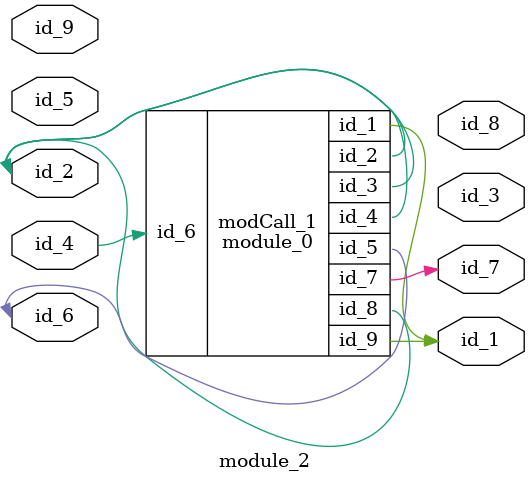
<source format=v>
module module_0 (
    id_1,
    id_2,
    id_3,
    id_4,
    id_5,
    id_6,
    id_7,
    id_8,
    id_9
);
  output wire id_9;
  inout wire id_8;
  output wire id_7;
  input wire id_6;
  inout wire id_5;
  inout wire id_4;
  inout wire id_3;
  output wire id_2;
  output wire id_1;
  assign id_5 = id_3;
endmodule
module module_1;
  assign id_1 = id_1;
  module_0 modCall_1 (
      id_1,
      id_1,
      id_1,
      id_1,
      id_1,
      id_1,
      id_1,
      id_1,
      id_1
  );
endmodule
module module_2 (
    id_1,
    id_2,
    id_3,
    id_4,
    id_5,
    id_6,
    id_7,
    id_8,
    id_9
);
  input wire id_9;
  output wire id_8;
  output wire id_7;
  inout wire id_6;
  inout wire id_5;
  input wire id_4;
  output wire id_3;
  inout wire id_2;
  output wire id_1;
  assign id_3[1] = 1'd0;
  module_0 modCall_1 (
      id_1,
      id_2,
      id_2,
      id_2,
      id_6,
      id_4,
      id_7,
      id_2,
      id_1
  );
endmodule

</source>
